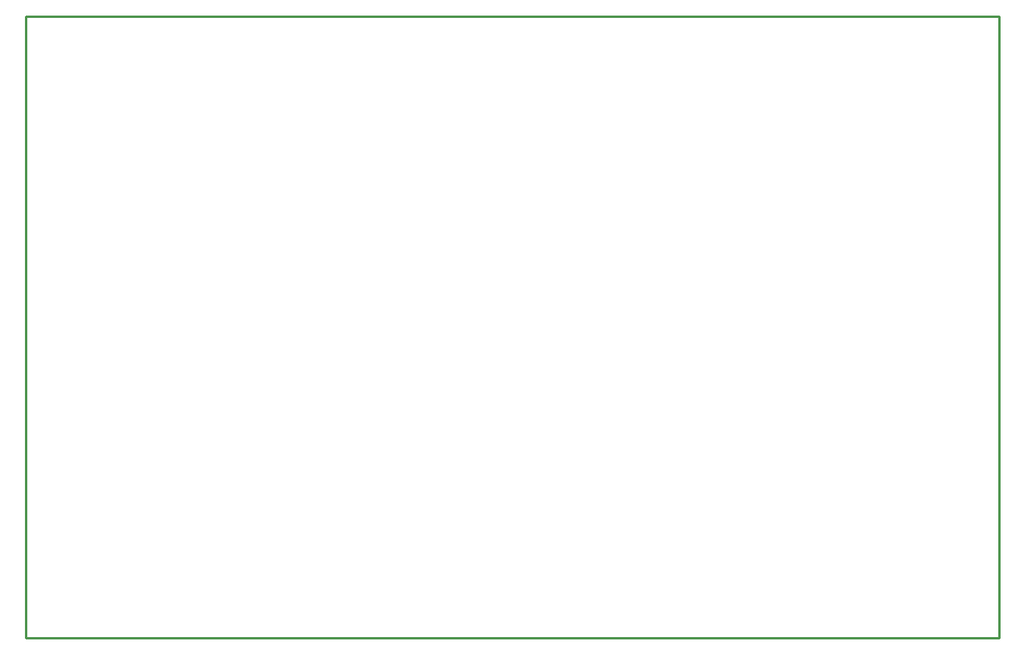
<source format=gko>
%FSTAX23Y23*%
%MOIN*%
%SFA1B1*%

%IPPOS*%
%ADD12C,0.010000*%
%LNled_v2-1*%
%LPD*%
G54D12*
X0145Y0143D02*
Y0409D01*
X0561*
Y0143D02*
Y0409D01*
X0145Y0143D02*
X0561D01*
M02*
</source>
